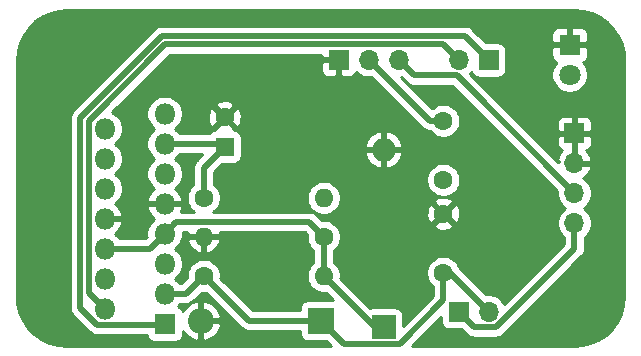
<source format=gbr>
G04 #@! TF.GenerationSoftware,KiCad,Pcbnew,(5.1.7)-1*
G04 #@! TF.CreationDate,2021-05-15T19:47:12-05:00*
G04 #@! TF.ProjectId,PortableAmpTDA,506f7274-6162-46c6-9541-6d705444412e,rev?*
G04 #@! TF.SameCoordinates,Original*
G04 #@! TF.FileFunction,Copper,L1,Top*
G04 #@! TF.FilePolarity,Positive*
%FSLAX46Y46*%
G04 Gerber Fmt 4.6, Leading zero omitted, Abs format (unit mm)*
G04 Created by KiCad (PCBNEW (5.1.7)-1) date 2021-05-15 19:47:12*
%MOMM*%
%LPD*%
G01*
G04 APERTURE LIST*
G04 #@! TA.AperFunction,ComponentPad*
%ADD10R,1.600000X1.600000*%
G04 #@! TD*
G04 #@! TA.AperFunction,ComponentPad*
%ADD11C,1.600000*%
G04 #@! TD*
G04 #@! TA.AperFunction,ComponentPad*
%ADD12R,2.000000X2.000000*%
G04 #@! TD*
G04 #@! TA.AperFunction,ComponentPad*
%ADD13O,2.000000X2.000000*%
G04 #@! TD*
G04 #@! TA.AperFunction,ComponentPad*
%ADD14R,2.200000X2.200000*%
G04 #@! TD*
G04 #@! TA.AperFunction,ComponentPad*
%ADD15O,2.200000X2.200000*%
G04 #@! TD*
G04 #@! TA.AperFunction,ComponentPad*
%ADD16R,1.800000X1.800000*%
G04 #@! TD*
G04 #@! TA.AperFunction,ComponentPad*
%ADD17C,1.800000*%
G04 #@! TD*
G04 #@! TA.AperFunction,ComponentPad*
%ADD18O,1.700000X1.700000*%
G04 #@! TD*
G04 #@! TA.AperFunction,ComponentPad*
%ADD19R,1.700000X1.700000*%
G04 #@! TD*
G04 #@! TA.AperFunction,ComponentPad*
%ADD20O,1.600000X1.600000*%
G04 #@! TD*
G04 #@! TA.AperFunction,ComponentPad*
%ADD21O,1.800000X1.800000*%
G04 #@! TD*
G04 #@! TA.AperFunction,Conductor*
%ADD22C,0.500000*%
G04 #@! TD*
G04 #@! TA.AperFunction,Conductor*
%ADD23C,0.254000*%
G04 #@! TD*
G04 #@! TA.AperFunction,Conductor*
%ADD24C,0.100000*%
G04 #@! TD*
G04 APERTURE END LIST*
D10*
G04 #@! TO.P,C1,1*
G04 #@! TO.N,+9V*
X135382000Y-69342000D03*
D11*
G04 #@! TO.P,C1,2*
G04 #@! TO.N,GND*
X135382000Y-66842000D03*
G04 #@! TD*
G04 #@! TO.P,C2,1*
G04 #@! TO.N,+9V*
X153905000Y-80010000D03*
G04 #@! TO.P,C2,2*
G04 #@! TO.N,GND*
X153905000Y-75010000D03*
G04 #@! TD*
D12*
G04 #@! TO.P,C3,1*
G04 #@! TO.N,/pin6*
X148844000Y-84582000D03*
D13*
G04 #@! TO.P,C3,2*
G04 #@! TO.N,GND*
X148844000Y-69582000D03*
G04 #@! TD*
D11*
G04 #@! TO.P,C4,2*
G04 #@! TO.N,Net-(C4-Pad2)*
X153905000Y-67136000D03*
G04 #@! TO.P,C4,1*
G04 #@! TO.N,/pin4*
X153905000Y-72136000D03*
G04 #@! TD*
D14*
G04 #@! TO.P,D1,1*
G04 #@! TO.N,+9V*
X143510000Y-84074000D03*
D15*
G04 #@! TO.P,D1,2*
G04 #@! TO.N,GND*
X133350000Y-84074000D03*
G04 #@! TD*
D16*
G04 #@! TO.P,D2,1*
G04 #@! TO.N,GND*
X164592000Y-60706000D03*
D17*
G04 #@! TO.P,D2,2*
G04 #@! TO.N,Net-(D2-Pad2)*
X164592000Y-63246000D03*
G04 #@! TD*
D18*
G04 #@! TO.P,J1,2*
G04 #@! TO.N,Net-(J1-Pad2)*
X155194000Y-62000000D03*
D19*
G04 #@! TO.P,J1,1*
G04 #@! TO.N,Net-(J1-Pad1)*
X157734000Y-62000000D03*
G04 #@! TD*
G04 #@! TO.P,J2,1*
G04 #@! TO.N,GND*
X165000000Y-68190000D03*
D18*
G04 #@! TO.P,J2,2*
X165000000Y-70730000D03*
G04 #@! TO.P,J2,3*
G04 #@! TO.N,/Input*
X165000000Y-73270000D03*
G04 #@! TO.P,J2,4*
G04 #@! TO.N,/9V_In*
X165000000Y-75810000D03*
G04 #@! TD*
D11*
G04 #@! TO.P,R1,1*
G04 #@! TO.N,+9V*
X133604000Y-73660000D03*
D20*
G04 #@! TO.P,R1,2*
G04 #@! TO.N,Net-(D2-Pad2)*
X143764000Y-73660000D03*
G04 #@! TD*
G04 #@! TO.P,R2,2*
G04 #@! TO.N,/pin6*
X143764000Y-80264000D03*
D11*
G04 #@! TO.P,R2,1*
G04 #@! TO.N,+9V*
X133604000Y-80264000D03*
G04 #@! TD*
G04 #@! TO.P,R3,1*
G04 #@! TO.N,/pin6*
X143764000Y-76962000D03*
D20*
G04 #@! TO.P,R3,2*
G04 #@! TO.N,GND*
X133604000Y-76962000D03*
G04 #@! TD*
D19*
G04 #@! TO.P,RV1,1*
G04 #@! TO.N,GND*
X145034000Y-61976000D03*
D18*
G04 #@! TO.P,RV1,2*
G04 #@! TO.N,Net-(C4-Pad2)*
X147574000Y-61976000D03*
G04 #@! TO.P,RV1,3*
G04 #@! TO.N,/Input*
X150114000Y-61976000D03*
G04 #@! TD*
D19*
G04 #@! TO.P,SW1,1*
G04 #@! TO.N,/9V_In*
X155194000Y-83312000D03*
D18*
G04 #@! TO.P,SW1,2*
G04 #@! TO.N,+9V*
X157734000Y-83312000D03*
G04 #@! TD*
D16*
G04 #@! TO.P,U1,1*
G04 #@! TO.N,Net-(J1-Pad1)*
X130302000Y-84328000D03*
D21*
G04 #@! TO.P,U1,2*
G04 #@! TO.N,Net-(J1-Pad2)*
X125222000Y-83058000D03*
G04 #@! TO.P,U1,3*
G04 #@! TO.N,+9V*
X130302000Y-81788000D03*
G04 #@! TO.P,U1,4*
G04 #@! TO.N,/pin4*
X125222000Y-80518000D03*
G04 #@! TO.P,U1,5*
G04 #@! TO.N,N/C*
X130302000Y-79248000D03*
G04 #@! TO.P,U1,6*
G04 #@! TO.N,/pin6*
X125222000Y-77978000D03*
G04 #@! TO.P,U1,7*
X130302000Y-76708000D03*
G04 #@! TO.P,U1,8*
G04 #@! TO.N,GND*
X125222000Y-75438000D03*
G04 #@! TO.P,U1,9*
X130302000Y-74168000D03*
G04 #@! TO.P,U1,10*
G04 #@! TO.N,N/C*
X125222000Y-72898000D03*
G04 #@! TO.P,U1,11*
X130302000Y-71628000D03*
G04 #@! TO.P,U1,12*
X125222000Y-70358000D03*
G04 #@! TO.P,U1,13*
G04 #@! TO.N,+9V*
X130302000Y-69088000D03*
G04 #@! TO.P,U1,14*
G04 #@! TO.N,N/C*
X125222000Y-67818000D03*
G04 #@! TO.P,U1,15*
X130302000Y-66548000D03*
G04 #@! TD*
D22*
G04 #@! TO.N,+9V*
X132080000Y-81788000D02*
X133604000Y-80264000D01*
X130302000Y-81788000D02*
X132080000Y-81788000D01*
X137414000Y-84074000D02*
X133604000Y-80264000D01*
X143510000Y-84074000D02*
X137414000Y-84074000D01*
X154432000Y-80010000D02*
X157734000Y-83312000D01*
X153905000Y-80010000D02*
X154432000Y-80010000D01*
X135128000Y-69088000D02*
X135382000Y-69342000D01*
X130302000Y-69088000D02*
X135128000Y-69088000D01*
X133604000Y-71120000D02*
X135382000Y-69342000D01*
X133604000Y-73660000D02*
X133604000Y-71120000D01*
X153905000Y-82331002D02*
X153905000Y-80010000D01*
X150204001Y-86032001D02*
X153905000Y-82331002D01*
X145468001Y-86032001D02*
X150204001Y-86032001D01*
X143510000Y-84074000D02*
X145468001Y-86032001D01*
G04 #@! TO.N,/pin6*
X129032000Y-77978000D02*
X130302000Y-76708000D01*
X125222000Y-77978000D02*
X129032000Y-77978000D01*
X143764000Y-76962000D02*
X143764000Y-80264000D01*
X148082000Y-84582000D02*
X148844000Y-84582000D01*
X143764000Y-80264000D02*
X148082000Y-84582000D01*
X131298001Y-75711999D02*
X130302000Y-76708000D01*
X142513999Y-75711999D02*
X131298001Y-75711999D01*
X143764000Y-76962000D02*
X142513999Y-75711999D01*
G04 #@! TO.N,Net-(C4-Pad2)*
X152734000Y-67136000D02*
X147574000Y-61976000D01*
X153905000Y-67136000D02*
X152734000Y-67136000D01*
G04 #@! TO.N,Net-(J1-Pad2)*
X123871999Y-81707999D02*
X125222000Y-83058000D01*
X130365999Y-60675999D02*
X123871999Y-67169999D01*
X123871999Y-67169999D02*
X123871999Y-81707999D01*
X153869999Y-60675999D02*
X130365999Y-60675999D01*
X155194000Y-62000000D02*
X153869999Y-60675999D01*
G04 #@! TO.N,Net-(J1-Pad1)*
X130076046Y-59975989D02*
X155709989Y-59975989D01*
X123171989Y-83005991D02*
X123171989Y-66880046D01*
X155709989Y-59975989D02*
X157734000Y-62000000D01*
X123171989Y-66880046D02*
X130076046Y-59975989D01*
X124573999Y-84408001D02*
X123171989Y-83005991D01*
X130221999Y-84408001D02*
X124573999Y-84408001D01*
X130302000Y-84328000D02*
X130221999Y-84408001D01*
G04 #@! TO.N,/Input*
X155030001Y-63300001D02*
X165000000Y-73270000D01*
X151438001Y-63300001D02*
X155030001Y-63300001D01*
X150114000Y-61976000D02*
X151438001Y-63300001D01*
G04 #@! TO.N,/9V_In*
X165000000Y-77970002D02*
X165000000Y-75810000D01*
X158358001Y-84612001D02*
X165000000Y-77970002D01*
X156494001Y-84612001D02*
X158358001Y-84612001D01*
X155194000Y-83312000D02*
X156494001Y-84612001D01*
G04 #@! TD*
D23*
G04 #@! TO.N,GND*
X165745857Y-57854686D02*
X166468144Y-58052281D01*
X167144017Y-58374656D01*
X167752127Y-58811626D01*
X168273247Y-59349380D01*
X168690897Y-59970909D01*
X168991887Y-60656583D01*
X169168146Y-61390752D01*
X169215000Y-62028786D01*
X169215001Y-81965031D01*
X169145314Y-82745857D01*
X168947718Y-83468148D01*
X168625345Y-84144017D01*
X168188371Y-84752130D01*
X167650620Y-85273247D01*
X167029091Y-85690897D01*
X166343414Y-85991888D01*
X165609248Y-86168146D01*
X164971214Y-86215000D01*
X151272580Y-86215000D01*
X153705928Y-83781653D01*
X153705928Y-84162000D01*
X153718188Y-84286482D01*
X153754498Y-84406180D01*
X153813463Y-84516494D01*
X153892815Y-84613185D01*
X153989506Y-84692537D01*
X154099820Y-84751502D01*
X154219518Y-84787812D01*
X154344000Y-84800072D01*
X155430493Y-84800072D01*
X155837471Y-85207050D01*
X155865184Y-85240818D01*
X155898952Y-85268531D01*
X155898954Y-85268533D01*
X155970453Y-85327211D01*
X155999942Y-85351412D01*
X156153688Y-85433590D01*
X156320511Y-85484196D01*
X156450524Y-85497001D01*
X156450534Y-85497001D01*
X156494000Y-85501282D01*
X156537467Y-85497001D01*
X158314532Y-85497001D01*
X158358001Y-85501282D01*
X158401470Y-85497001D01*
X158401478Y-85497001D01*
X158531491Y-85484196D01*
X158698314Y-85433590D01*
X158852060Y-85351412D01*
X158986818Y-85240818D01*
X159014535Y-85207045D01*
X165595051Y-78626530D01*
X165628817Y-78598819D01*
X165739411Y-78464061D01*
X165821589Y-78310315D01*
X165872195Y-78143492D01*
X165885000Y-78013479D01*
X165885000Y-78013469D01*
X165889281Y-77970003D01*
X165885000Y-77926536D01*
X165885000Y-77004656D01*
X165946632Y-76963475D01*
X166153475Y-76756632D01*
X166315990Y-76513411D01*
X166427932Y-76243158D01*
X166485000Y-75956260D01*
X166485000Y-75663740D01*
X166427932Y-75376842D01*
X166315990Y-75106589D01*
X166153475Y-74863368D01*
X165946632Y-74656525D01*
X165772240Y-74540000D01*
X165946632Y-74423475D01*
X166153475Y-74216632D01*
X166315990Y-73973411D01*
X166427932Y-73703158D01*
X166485000Y-73416260D01*
X166485000Y-73123740D01*
X166427932Y-72836842D01*
X166315990Y-72566589D01*
X166153475Y-72323368D01*
X165946632Y-72116525D01*
X165764466Y-71994805D01*
X165881355Y-71925178D01*
X166097588Y-71730269D01*
X166271641Y-71496920D01*
X166396825Y-71234099D01*
X166441476Y-71086890D01*
X166320155Y-70857000D01*
X165127000Y-70857000D01*
X165127000Y-70877000D01*
X164873000Y-70877000D01*
X164873000Y-70857000D01*
X164853000Y-70857000D01*
X164853000Y-70603000D01*
X164873000Y-70603000D01*
X164873000Y-68317000D01*
X165127000Y-68317000D01*
X165127000Y-70603000D01*
X166320155Y-70603000D01*
X166441476Y-70373110D01*
X166396825Y-70225901D01*
X166271641Y-69963080D01*
X166097588Y-69729731D01*
X166013534Y-69653966D01*
X166094180Y-69629502D01*
X166204494Y-69570537D01*
X166301185Y-69491185D01*
X166380537Y-69394494D01*
X166439502Y-69284180D01*
X166475812Y-69164482D01*
X166488072Y-69040000D01*
X166485000Y-68475750D01*
X166326250Y-68317000D01*
X165127000Y-68317000D01*
X164873000Y-68317000D01*
X163673750Y-68317000D01*
X163515000Y-68475750D01*
X163511928Y-69040000D01*
X163524188Y-69164482D01*
X163560498Y-69284180D01*
X163619463Y-69394494D01*
X163698815Y-69491185D01*
X163795506Y-69570537D01*
X163905820Y-69629502D01*
X163986466Y-69653966D01*
X163902412Y-69729731D01*
X163728359Y-69963080D01*
X163603175Y-70225901D01*
X163558524Y-70373110D01*
X163679844Y-70602998D01*
X163584577Y-70602998D01*
X160321579Y-67340000D01*
X163511928Y-67340000D01*
X163515000Y-67904250D01*
X163673750Y-68063000D01*
X164873000Y-68063000D01*
X164873000Y-66863750D01*
X165127000Y-66863750D01*
X165127000Y-68063000D01*
X166326250Y-68063000D01*
X166485000Y-67904250D01*
X166488072Y-67340000D01*
X166475812Y-67215518D01*
X166439502Y-67095820D01*
X166380537Y-66985506D01*
X166301185Y-66888815D01*
X166204494Y-66809463D01*
X166094180Y-66750498D01*
X165974482Y-66714188D01*
X165850000Y-66701928D01*
X165285750Y-66705000D01*
X165127000Y-66863750D01*
X164873000Y-66863750D01*
X164714250Y-66705000D01*
X164150000Y-66701928D01*
X164025518Y-66714188D01*
X163905820Y-66750498D01*
X163795506Y-66809463D01*
X163698815Y-66888815D01*
X163619463Y-66985506D01*
X163560498Y-67095820D01*
X163524188Y-67215518D01*
X163511928Y-67340000D01*
X160321579Y-67340000D01*
X156137288Y-63155710D01*
X156140632Y-63153475D01*
X156272487Y-63021620D01*
X156294498Y-63094180D01*
X156353463Y-63204494D01*
X156432815Y-63301185D01*
X156529506Y-63380537D01*
X156639820Y-63439502D01*
X156759518Y-63475812D01*
X156884000Y-63488072D01*
X158584000Y-63488072D01*
X158708482Y-63475812D01*
X158828180Y-63439502D01*
X158938494Y-63380537D01*
X159035185Y-63301185D01*
X159114537Y-63204494D01*
X159173502Y-63094180D01*
X159209812Y-62974482D01*
X159222072Y-62850000D01*
X159222072Y-61606000D01*
X163053928Y-61606000D01*
X163066188Y-61730482D01*
X163102498Y-61850180D01*
X163161463Y-61960494D01*
X163240815Y-62057185D01*
X163337506Y-62136537D01*
X163447820Y-62195502D01*
X163466127Y-62201056D01*
X163399688Y-62267495D01*
X163231701Y-62518905D01*
X163115989Y-62798257D01*
X163057000Y-63094816D01*
X163057000Y-63397184D01*
X163115989Y-63693743D01*
X163231701Y-63973095D01*
X163399688Y-64224505D01*
X163613495Y-64438312D01*
X163864905Y-64606299D01*
X164144257Y-64722011D01*
X164440816Y-64781000D01*
X164743184Y-64781000D01*
X165039743Y-64722011D01*
X165319095Y-64606299D01*
X165570505Y-64438312D01*
X165784312Y-64224505D01*
X165952299Y-63973095D01*
X166068011Y-63693743D01*
X166127000Y-63397184D01*
X166127000Y-63094816D01*
X166068011Y-62798257D01*
X165952299Y-62518905D01*
X165784312Y-62267495D01*
X165717873Y-62201056D01*
X165736180Y-62195502D01*
X165846494Y-62136537D01*
X165943185Y-62057185D01*
X166022537Y-61960494D01*
X166081502Y-61850180D01*
X166117812Y-61730482D01*
X166130072Y-61606000D01*
X166127000Y-60991750D01*
X165968250Y-60833000D01*
X164719000Y-60833000D01*
X164719000Y-60853000D01*
X164465000Y-60853000D01*
X164465000Y-60833000D01*
X163215750Y-60833000D01*
X163057000Y-60991750D01*
X163053928Y-61606000D01*
X159222072Y-61606000D01*
X159222072Y-61150000D01*
X159209812Y-61025518D01*
X159173502Y-60905820D01*
X159114537Y-60795506D01*
X159035185Y-60698815D01*
X158938494Y-60619463D01*
X158828180Y-60560498D01*
X158708482Y-60524188D01*
X158584000Y-60511928D01*
X157497507Y-60511928D01*
X156791579Y-59806000D01*
X163053928Y-59806000D01*
X163057000Y-60420250D01*
X163215750Y-60579000D01*
X164465000Y-60579000D01*
X164465000Y-59329750D01*
X164719000Y-59329750D01*
X164719000Y-60579000D01*
X165968250Y-60579000D01*
X166127000Y-60420250D01*
X166130072Y-59806000D01*
X166117812Y-59681518D01*
X166081502Y-59561820D01*
X166022537Y-59451506D01*
X165943185Y-59354815D01*
X165846494Y-59275463D01*
X165736180Y-59216498D01*
X165616482Y-59180188D01*
X165492000Y-59167928D01*
X164877750Y-59171000D01*
X164719000Y-59329750D01*
X164465000Y-59329750D01*
X164306250Y-59171000D01*
X163692000Y-59167928D01*
X163567518Y-59180188D01*
X163447820Y-59216498D01*
X163337506Y-59275463D01*
X163240815Y-59354815D01*
X163161463Y-59451506D01*
X163102498Y-59561820D01*
X163066188Y-59681518D01*
X163053928Y-59806000D01*
X156791579Y-59806000D01*
X156366523Y-59380945D01*
X156338806Y-59347172D01*
X156204048Y-59236578D01*
X156050302Y-59154400D01*
X155883479Y-59103794D01*
X155753466Y-59090989D01*
X155753458Y-59090989D01*
X155709989Y-59086708D01*
X155666520Y-59090989D01*
X130119512Y-59090989D01*
X130076045Y-59086708D01*
X130032579Y-59090989D01*
X130032569Y-59090989D01*
X129902556Y-59103794D01*
X129735733Y-59154400D01*
X129581987Y-59236578D01*
X129581985Y-59236579D01*
X129581986Y-59236579D01*
X129480999Y-59319457D01*
X129480997Y-59319459D01*
X129447229Y-59347172D01*
X129419516Y-59380940D01*
X122576941Y-66223516D01*
X122543173Y-66251229D01*
X122515460Y-66284997D01*
X122515457Y-66285000D01*
X122432579Y-66385987D01*
X122350401Y-66539733D01*
X122299794Y-66706556D01*
X122282708Y-66880046D01*
X122286990Y-66923525D01*
X122286989Y-82962522D01*
X122282708Y-83005991D01*
X122286989Y-83049460D01*
X122286989Y-83049467D01*
X122295001Y-83130815D01*
X122299794Y-83179481D01*
X122308805Y-83209184D01*
X122350400Y-83346303D01*
X122432578Y-83500049D01*
X122543172Y-83634808D01*
X122576945Y-83662525D01*
X123917469Y-85003050D01*
X123945182Y-85036818D01*
X123978950Y-85064531D01*
X123978952Y-85064533D01*
X124079940Y-85147412D01*
X124233685Y-85229590D01*
X124271002Y-85240910D01*
X124400509Y-85280196D01*
X124530522Y-85293001D01*
X124530530Y-85293001D01*
X124573999Y-85297282D01*
X124617468Y-85293001D01*
X128770330Y-85293001D01*
X128776188Y-85352482D01*
X128812498Y-85472180D01*
X128871463Y-85582494D01*
X128950815Y-85679185D01*
X129047506Y-85758537D01*
X129157820Y-85817502D01*
X129277518Y-85853812D01*
X129402000Y-85866072D01*
X131202000Y-85866072D01*
X131326482Y-85853812D01*
X131446180Y-85817502D01*
X131556494Y-85758537D01*
X131653185Y-85679185D01*
X131732537Y-85582494D01*
X131791502Y-85472180D01*
X131827812Y-85352482D01*
X131840072Y-85228000D01*
X131840072Y-84916321D01*
X131875469Y-84988329D01*
X132082178Y-85258427D01*
X132337609Y-85483008D01*
X132631946Y-85653442D01*
X132953877Y-85763179D01*
X133223000Y-85645600D01*
X133223000Y-84201000D01*
X133477000Y-84201000D01*
X133477000Y-85645600D01*
X133746123Y-85763179D01*
X134068054Y-85653442D01*
X134362391Y-85483008D01*
X134617822Y-85258427D01*
X134824531Y-84988329D01*
X134974575Y-84683094D01*
X135039175Y-84470122D01*
X134921125Y-84201000D01*
X133477000Y-84201000D01*
X133223000Y-84201000D01*
X133203000Y-84201000D01*
X133203000Y-83947000D01*
X133223000Y-83947000D01*
X133223000Y-82502400D01*
X133477000Y-82502400D01*
X133477000Y-83947000D01*
X134921125Y-83947000D01*
X135039175Y-83677878D01*
X134974575Y-83464906D01*
X134824531Y-83159671D01*
X134617822Y-82889573D01*
X134362391Y-82664992D01*
X134068054Y-82494558D01*
X133746123Y-82384821D01*
X133477000Y-82502400D01*
X133223000Y-82502400D01*
X132953877Y-82384821D01*
X132631946Y-82494558D01*
X132337609Y-82664992D01*
X132082178Y-82889573D01*
X131875469Y-83159671D01*
X131819015Y-83274517D01*
X131791502Y-83183820D01*
X131732537Y-83073506D01*
X131653185Y-82976815D01*
X131556494Y-82897463D01*
X131446180Y-82838498D01*
X131427873Y-82832944D01*
X131494312Y-82766505D01*
X131556790Y-82673000D01*
X132036531Y-82673000D01*
X132080000Y-82677281D01*
X132123469Y-82673000D01*
X132123477Y-82673000D01*
X132253490Y-82660195D01*
X132420313Y-82609589D01*
X132574059Y-82527411D01*
X132708817Y-82416817D01*
X132736534Y-82383044D01*
X133427561Y-81692017D01*
X133462665Y-81699000D01*
X133745335Y-81699000D01*
X133780439Y-81692017D01*
X136757470Y-84669049D01*
X136785183Y-84702817D01*
X136818951Y-84730530D01*
X136818953Y-84730532D01*
X136919941Y-84813411D01*
X137073686Y-84895589D01*
X137240510Y-84946195D01*
X137370523Y-84959000D01*
X137370531Y-84959000D01*
X137414000Y-84963281D01*
X137457469Y-84959000D01*
X141771928Y-84959000D01*
X141771928Y-85174000D01*
X141784188Y-85298482D01*
X141820498Y-85418180D01*
X141879463Y-85528494D01*
X141958815Y-85625185D01*
X142055506Y-85704537D01*
X142165820Y-85763502D01*
X142285518Y-85799812D01*
X142410000Y-85812072D01*
X143996493Y-85812072D01*
X144399421Y-86215000D01*
X122034958Y-86215000D01*
X121254143Y-86145314D01*
X120531852Y-85947718D01*
X119855983Y-85625345D01*
X119247870Y-85188371D01*
X118726753Y-84650620D01*
X118309103Y-84029091D01*
X118008112Y-83343414D01*
X117831854Y-82609248D01*
X117785000Y-81971214D01*
X117785000Y-62034958D01*
X117854686Y-61254143D01*
X118052281Y-60531856D01*
X118374656Y-59855983D01*
X118811626Y-59247873D01*
X119349380Y-58726753D01*
X119970909Y-58309103D01*
X120656583Y-58008113D01*
X121390752Y-57831854D01*
X122028786Y-57785000D01*
X164965042Y-57785000D01*
X165745857Y-57854686D01*
G04 #@! TA.AperFunction,Conductor*
D24*
G36*
X165745857Y-57854686D02*
G01*
X166468144Y-58052281D01*
X167144017Y-58374656D01*
X167752127Y-58811626D01*
X168273247Y-59349380D01*
X168690897Y-59970909D01*
X168991887Y-60656583D01*
X169168146Y-61390752D01*
X169215000Y-62028786D01*
X169215001Y-81965031D01*
X169145314Y-82745857D01*
X168947718Y-83468148D01*
X168625345Y-84144017D01*
X168188371Y-84752130D01*
X167650620Y-85273247D01*
X167029091Y-85690897D01*
X166343414Y-85991888D01*
X165609248Y-86168146D01*
X164971214Y-86215000D01*
X151272580Y-86215000D01*
X153705928Y-83781653D01*
X153705928Y-84162000D01*
X153718188Y-84286482D01*
X153754498Y-84406180D01*
X153813463Y-84516494D01*
X153892815Y-84613185D01*
X153989506Y-84692537D01*
X154099820Y-84751502D01*
X154219518Y-84787812D01*
X154344000Y-84800072D01*
X155430493Y-84800072D01*
X155837471Y-85207050D01*
X155865184Y-85240818D01*
X155898952Y-85268531D01*
X155898954Y-85268533D01*
X155970453Y-85327211D01*
X155999942Y-85351412D01*
X156153688Y-85433590D01*
X156320511Y-85484196D01*
X156450524Y-85497001D01*
X156450534Y-85497001D01*
X156494000Y-85501282D01*
X156537467Y-85497001D01*
X158314532Y-85497001D01*
X158358001Y-85501282D01*
X158401470Y-85497001D01*
X158401478Y-85497001D01*
X158531491Y-85484196D01*
X158698314Y-85433590D01*
X158852060Y-85351412D01*
X158986818Y-85240818D01*
X159014535Y-85207045D01*
X165595051Y-78626530D01*
X165628817Y-78598819D01*
X165739411Y-78464061D01*
X165821589Y-78310315D01*
X165872195Y-78143492D01*
X165885000Y-78013479D01*
X165885000Y-78013469D01*
X165889281Y-77970003D01*
X165885000Y-77926536D01*
X165885000Y-77004656D01*
X165946632Y-76963475D01*
X166153475Y-76756632D01*
X166315990Y-76513411D01*
X166427932Y-76243158D01*
X166485000Y-75956260D01*
X166485000Y-75663740D01*
X166427932Y-75376842D01*
X166315990Y-75106589D01*
X166153475Y-74863368D01*
X165946632Y-74656525D01*
X165772240Y-74540000D01*
X165946632Y-74423475D01*
X166153475Y-74216632D01*
X166315990Y-73973411D01*
X166427932Y-73703158D01*
X166485000Y-73416260D01*
X166485000Y-73123740D01*
X166427932Y-72836842D01*
X166315990Y-72566589D01*
X166153475Y-72323368D01*
X165946632Y-72116525D01*
X165764466Y-71994805D01*
X165881355Y-71925178D01*
X166097588Y-71730269D01*
X166271641Y-71496920D01*
X166396825Y-71234099D01*
X166441476Y-71086890D01*
X166320155Y-70857000D01*
X165127000Y-70857000D01*
X165127000Y-70877000D01*
X164873000Y-70877000D01*
X164873000Y-70857000D01*
X164853000Y-70857000D01*
X164853000Y-70603000D01*
X164873000Y-70603000D01*
X164873000Y-68317000D01*
X165127000Y-68317000D01*
X165127000Y-70603000D01*
X166320155Y-70603000D01*
X166441476Y-70373110D01*
X166396825Y-70225901D01*
X166271641Y-69963080D01*
X166097588Y-69729731D01*
X166013534Y-69653966D01*
X166094180Y-69629502D01*
X166204494Y-69570537D01*
X166301185Y-69491185D01*
X166380537Y-69394494D01*
X166439502Y-69284180D01*
X166475812Y-69164482D01*
X166488072Y-69040000D01*
X166485000Y-68475750D01*
X166326250Y-68317000D01*
X165127000Y-68317000D01*
X164873000Y-68317000D01*
X163673750Y-68317000D01*
X163515000Y-68475750D01*
X163511928Y-69040000D01*
X163524188Y-69164482D01*
X163560498Y-69284180D01*
X163619463Y-69394494D01*
X163698815Y-69491185D01*
X163795506Y-69570537D01*
X163905820Y-69629502D01*
X163986466Y-69653966D01*
X163902412Y-69729731D01*
X163728359Y-69963080D01*
X163603175Y-70225901D01*
X163558524Y-70373110D01*
X163679844Y-70602998D01*
X163584577Y-70602998D01*
X160321579Y-67340000D01*
X163511928Y-67340000D01*
X163515000Y-67904250D01*
X163673750Y-68063000D01*
X164873000Y-68063000D01*
X164873000Y-66863750D01*
X165127000Y-66863750D01*
X165127000Y-68063000D01*
X166326250Y-68063000D01*
X166485000Y-67904250D01*
X166488072Y-67340000D01*
X166475812Y-67215518D01*
X166439502Y-67095820D01*
X166380537Y-66985506D01*
X166301185Y-66888815D01*
X166204494Y-66809463D01*
X166094180Y-66750498D01*
X165974482Y-66714188D01*
X165850000Y-66701928D01*
X165285750Y-66705000D01*
X165127000Y-66863750D01*
X164873000Y-66863750D01*
X164714250Y-66705000D01*
X164150000Y-66701928D01*
X164025518Y-66714188D01*
X163905820Y-66750498D01*
X163795506Y-66809463D01*
X163698815Y-66888815D01*
X163619463Y-66985506D01*
X163560498Y-67095820D01*
X163524188Y-67215518D01*
X163511928Y-67340000D01*
X160321579Y-67340000D01*
X156137288Y-63155710D01*
X156140632Y-63153475D01*
X156272487Y-63021620D01*
X156294498Y-63094180D01*
X156353463Y-63204494D01*
X156432815Y-63301185D01*
X156529506Y-63380537D01*
X156639820Y-63439502D01*
X156759518Y-63475812D01*
X156884000Y-63488072D01*
X158584000Y-63488072D01*
X158708482Y-63475812D01*
X158828180Y-63439502D01*
X158938494Y-63380537D01*
X159035185Y-63301185D01*
X159114537Y-63204494D01*
X159173502Y-63094180D01*
X159209812Y-62974482D01*
X159222072Y-62850000D01*
X159222072Y-61606000D01*
X163053928Y-61606000D01*
X163066188Y-61730482D01*
X163102498Y-61850180D01*
X163161463Y-61960494D01*
X163240815Y-62057185D01*
X163337506Y-62136537D01*
X163447820Y-62195502D01*
X163466127Y-62201056D01*
X163399688Y-62267495D01*
X163231701Y-62518905D01*
X163115989Y-62798257D01*
X163057000Y-63094816D01*
X163057000Y-63397184D01*
X163115989Y-63693743D01*
X163231701Y-63973095D01*
X163399688Y-64224505D01*
X163613495Y-64438312D01*
X163864905Y-64606299D01*
X164144257Y-64722011D01*
X164440816Y-64781000D01*
X164743184Y-64781000D01*
X165039743Y-64722011D01*
X165319095Y-64606299D01*
X165570505Y-64438312D01*
X165784312Y-64224505D01*
X165952299Y-63973095D01*
X166068011Y-63693743D01*
X166127000Y-63397184D01*
X166127000Y-63094816D01*
X166068011Y-62798257D01*
X165952299Y-62518905D01*
X165784312Y-62267495D01*
X165717873Y-62201056D01*
X165736180Y-62195502D01*
X165846494Y-62136537D01*
X165943185Y-62057185D01*
X166022537Y-61960494D01*
X166081502Y-61850180D01*
X166117812Y-61730482D01*
X166130072Y-61606000D01*
X166127000Y-60991750D01*
X165968250Y-60833000D01*
X164719000Y-60833000D01*
X164719000Y-60853000D01*
X164465000Y-60853000D01*
X164465000Y-60833000D01*
X163215750Y-60833000D01*
X163057000Y-60991750D01*
X163053928Y-61606000D01*
X159222072Y-61606000D01*
X159222072Y-61150000D01*
X159209812Y-61025518D01*
X159173502Y-60905820D01*
X159114537Y-60795506D01*
X159035185Y-60698815D01*
X158938494Y-60619463D01*
X158828180Y-60560498D01*
X158708482Y-60524188D01*
X158584000Y-60511928D01*
X157497507Y-60511928D01*
X156791579Y-59806000D01*
X163053928Y-59806000D01*
X163057000Y-60420250D01*
X163215750Y-60579000D01*
X164465000Y-60579000D01*
X164465000Y-59329750D01*
X164719000Y-59329750D01*
X164719000Y-60579000D01*
X165968250Y-60579000D01*
X166127000Y-60420250D01*
X166130072Y-59806000D01*
X166117812Y-59681518D01*
X166081502Y-59561820D01*
X166022537Y-59451506D01*
X165943185Y-59354815D01*
X165846494Y-59275463D01*
X165736180Y-59216498D01*
X165616482Y-59180188D01*
X165492000Y-59167928D01*
X164877750Y-59171000D01*
X164719000Y-59329750D01*
X164465000Y-59329750D01*
X164306250Y-59171000D01*
X163692000Y-59167928D01*
X163567518Y-59180188D01*
X163447820Y-59216498D01*
X163337506Y-59275463D01*
X163240815Y-59354815D01*
X163161463Y-59451506D01*
X163102498Y-59561820D01*
X163066188Y-59681518D01*
X163053928Y-59806000D01*
X156791579Y-59806000D01*
X156366523Y-59380945D01*
X156338806Y-59347172D01*
X156204048Y-59236578D01*
X156050302Y-59154400D01*
X155883479Y-59103794D01*
X155753466Y-59090989D01*
X155753458Y-59090989D01*
X155709989Y-59086708D01*
X155666520Y-59090989D01*
X130119512Y-59090989D01*
X130076045Y-59086708D01*
X130032579Y-59090989D01*
X130032569Y-59090989D01*
X129902556Y-59103794D01*
X129735733Y-59154400D01*
X129581987Y-59236578D01*
X129581985Y-59236579D01*
X129581986Y-59236579D01*
X129480999Y-59319457D01*
X129480997Y-59319459D01*
X129447229Y-59347172D01*
X129419516Y-59380940D01*
X122576941Y-66223516D01*
X122543173Y-66251229D01*
X122515460Y-66284997D01*
X122515457Y-66285000D01*
X122432579Y-66385987D01*
X122350401Y-66539733D01*
X122299794Y-66706556D01*
X122282708Y-66880046D01*
X122286990Y-66923525D01*
X122286989Y-82962522D01*
X122282708Y-83005991D01*
X122286989Y-83049460D01*
X122286989Y-83049467D01*
X122295001Y-83130815D01*
X122299794Y-83179481D01*
X122308805Y-83209184D01*
X122350400Y-83346303D01*
X122432578Y-83500049D01*
X122543172Y-83634808D01*
X122576945Y-83662525D01*
X123917469Y-85003050D01*
X123945182Y-85036818D01*
X123978950Y-85064531D01*
X123978952Y-85064533D01*
X124079940Y-85147412D01*
X124233685Y-85229590D01*
X124271002Y-85240910D01*
X124400509Y-85280196D01*
X124530522Y-85293001D01*
X124530530Y-85293001D01*
X124573999Y-85297282D01*
X124617468Y-85293001D01*
X128770330Y-85293001D01*
X128776188Y-85352482D01*
X128812498Y-85472180D01*
X128871463Y-85582494D01*
X128950815Y-85679185D01*
X129047506Y-85758537D01*
X129157820Y-85817502D01*
X129277518Y-85853812D01*
X129402000Y-85866072D01*
X131202000Y-85866072D01*
X131326482Y-85853812D01*
X131446180Y-85817502D01*
X131556494Y-85758537D01*
X131653185Y-85679185D01*
X131732537Y-85582494D01*
X131791502Y-85472180D01*
X131827812Y-85352482D01*
X131840072Y-85228000D01*
X131840072Y-84916321D01*
X131875469Y-84988329D01*
X132082178Y-85258427D01*
X132337609Y-85483008D01*
X132631946Y-85653442D01*
X132953877Y-85763179D01*
X133223000Y-85645600D01*
X133223000Y-84201000D01*
X133477000Y-84201000D01*
X133477000Y-85645600D01*
X133746123Y-85763179D01*
X134068054Y-85653442D01*
X134362391Y-85483008D01*
X134617822Y-85258427D01*
X134824531Y-84988329D01*
X134974575Y-84683094D01*
X135039175Y-84470122D01*
X134921125Y-84201000D01*
X133477000Y-84201000D01*
X133223000Y-84201000D01*
X133203000Y-84201000D01*
X133203000Y-83947000D01*
X133223000Y-83947000D01*
X133223000Y-82502400D01*
X133477000Y-82502400D01*
X133477000Y-83947000D01*
X134921125Y-83947000D01*
X135039175Y-83677878D01*
X134974575Y-83464906D01*
X134824531Y-83159671D01*
X134617822Y-82889573D01*
X134362391Y-82664992D01*
X134068054Y-82494558D01*
X133746123Y-82384821D01*
X133477000Y-82502400D01*
X133223000Y-82502400D01*
X132953877Y-82384821D01*
X132631946Y-82494558D01*
X132337609Y-82664992D01*
X132082178Y-82889573D01*
X131875469Y-83159671D01*
X131819015Y-83274517D01*
X131791502Y-83183820D01*
X131732537Y-83073506D01*
X131653185Y-82976815D01*
X131556494Y-82897463D01*
X131446180Y-82838498D01*
X131427873Y-82832944D01*
X131494312Y-82766505D01*
X131556790Y-82673000D01*
X132036531Y-82673000D01*
X132080000Y-82677281D01*
X132123469Y-82673000D01*
X132123477Y-82673000D01*
X132253490Y-82660195D01*
X132420313Y-82609589D01*
X132574059Y-82527411D01*
X132708817Y-82416817D01*
X132736534Y-82383044D01*
X133427561Y-81692017D01*
X133462665Y-81699000D01*
X133745335Y-81699000D01*
X133780439Y-81692017D01*
X136757470Y-84669049D01*
X136785183Y-84702817D01*
X136818951Y-84730530D01*
X136818953Y-84730532D01*
X136919941Y-84813411D01*
X137073686Y-84895589D01*
X137240510Y-84946195D01*
X137370523Y-84959000D01*
X137370531Y-84959000D01*
X137414000Y-84963281D01*
X137457469Y-84959000D01*
X141771928Y-84959000D01*
X141771928Y-85174000D01*
X141784188Y-85298482D01*
X141820498Y-85418180D01*
X141879463Y-85528494D01*
X141958815Y-85625185D01*
X142055506Y-85704537D01*
X142165820Y-85763502D01*
X142285518Y-85799812D01*
X142410000Y-85812072D01*
X143996493Y-85812072D01*
X144399421Y-86215000D01*
X122034958Y-86215000D01*
X121254143Y-86145314D01*
X120531852Y-85947718D01*
X119855983Y-85625345D01*
X119247870Y-85188371D01*
X118726753Y-84650620D01*
X118309103Y-84029091D01*
X118008112Y-83343414D01*
X117831854Y-82609248D01*
X117785000Y-81971214D01*
X117785000Y-62034958D01*
X117854686Y-61254143D01*
X118052281Y-60531856D01*
X118374656Y-59855983D01*
X118811626Y-59247873D01*
X119349380Y-58726753D01*
X119970909Y-58309103D01*
X120656583Y-58008113D01*
X121390752Y-57831854D01*
X122028786Y-57785000D01*
X164965042Y-57785000D01*
X165745857Y-57854686D01*
G37*
G04 #@! TD.AperFunction*
D23*
X143549000Y-61690250D02*
X143707750Y-61849000D01*
X144907000Y-61849000D01*
X144907000Y-61829000D01*
X145161000Y-61829000D01*
X145161000Y-61849000D01*
X145181000Y-61849000D01*
X145181000Y-62103000D01*
X145161000Y-62103000D01*
X145161000Y-63302250D01*
X145319750Y-63461000D01*
X145884000Y-63464072D01*
X146008482Y-63451812D01*
X146128180Y-63415502D01*
X146238494Y-63356537D01*
X146335185Y-63277185D01*
X146414537Y-63180494D01*
X146473502Y-63070180D01*
X146495513Y-62997620D01*
X146627368Y-63129475D01*
X146870589Y-63291990D01*
X147140842Y-63403932D01*
X147427740Y-63461000D01*
X147720260Y-63461000D01*
X147792961Y-63446539D01*
X152077470Y-67731049D01*
X152105183Y-67764817D01*
X152138951Y-67792530D01*
X152138953Y-67792532D01*
X152167216Y-67815727D01*
X152239941Y-67875411D01*
X152393687Y-67957589D01*
X152505762Y-67991587D01*
X152560509Y-68008195D01*
X152575306Y-68009652D01*
X152690523Y-68021000D01*
X152690531Y-68021000D01*
X152734000Y-68025281D01*
X152770910Y-68021646D01*
X152790363Y-68050759D01*
X152990241Y-68250637D01*
X153225273Y-68407680D01*
X153486426Y-68515853D01*
X153763665Y-68571000D01*
X154046335Y-68571000D01*
X154323574Y-68515853D01*
X154584727Y-68407680D01*
X154819759Y-68250637D01*
X155019637Y-68050759D01*
X155176680Y-67815727D01*
X155284853Y-67554574D01*
X155340000Y-67277335D01*
X155340000Y-66994665D01*
X155284853Y-66717426D01*
X155176680Y-66456273D01*
X155019637Y-66221241D01*
X154819759Y-66021363D01*
X154584727Y-65864320D01*
X154323574Y-65756147D01*
X154046335Y-65701000D01*
X153763665Y-65701000D01*
X153486426Y-65756147D01*
X153225273Y-65864320D01*
X152990241Y-66021363D01*
X152930591Y-66081013D01*
X150302230Y-63452652D01*
X150332960Y-63446539D01*
X150781471Y-63895050D01*
X150809184Y-63928818D01*
X150842952Y-63956531D01*
X150842954Y-63956533D01*
X150863135Y-63973095D01*
X150943942Y-64039412D01*
X151097688Y-64121590D01*
X151264511Y-64172196D01*
X151394524Y-64185001D01*
X151394534Y-64185001D01*
X151438000Y-64189282D01*
X151481466Y-64185001D01*
X154663423Y-64185001D01*
X163529461Y-73051040D01*
X163515000Y-73123740D01*
X163515000Y-73416260D01*
X163572068Y-73703158D01*
X163684010Y-73973411D01*
X163846525Y-74216632D01*
X164053368Y-74423475D01*
X164227760Y-74540000D01*
X164053368Y-74656525D01*
X163846525Y-74863368D01*
X163684010Y-75106589D01*
X163572068Y-75376842D01*
X163515000Y-75663740D01*
X163515000Y-75956260D01*
X163572068Y-76243158D01*
X163684010Y-76513411D01*
X163846525Y-76756632D01*
X164053368Y-76963475D01*
X164115000Y-77004656D01*
X164115000Y-77603423D01*
X159067518Y-82650906D01*
X159049990Y-82608589D01*
X158887475Y-82365368D01*
X158680632Y-82158525D01*
X158437411Y-81996010D01*
X158167158Y-81884068D01*
X157880260Y-81827000D01*
X157587740Y-81827000D01*
X157515040Y-81841461D01*
X155289782Y-79616204D01*
X155284853Y-79591426D01*
X155176680Y-79330273D01*
X155019637Y-79095241D01*
X154819759Y-78895363D01*
X154584727Y-78738320D01*
X154323574Y-78630147D01*
X154046335Y-78575000D01*
X153763665Y-78575000D01*
X153486426Y-78630147D01*
X153225273Y-78738320D01*
X152990241Y-78895363D01*
X152790363Y-79095241D01*
X152633320Y-79330273D01*
X152525147Y-79591426D01*
X152470000Y-79868665D01*
X152470000Y-80151335D01*
X152525147Y-80428574D01*
X152633320Y-80689727D01*
X152790363Y-80924759D01*
X152990241Y-81124637D01*
X153020001Y-81144522D01*
X153020000Y-81964423D01*
X150482072Y-84502352D01*
X150482072Y-83582000D01*
X150469812Y-83457518D01*
X150433502Y-83337820D01*
X150374537Y-83227506D01*
X150295185Y-83130815D01*
X150198494Y-83051463D01*
X150088180Y-82992498D01*
X149968482Y-82956188D01*
X149844000Y-82943928D01*
X147844000Y-82943928D01*
X147719518Y-82956188D01*
X147710502Y-82958923D01*
X145192017Y-80440439D01*
X145199000Y-80405335D01*
X145199000Y-80122665D01*
X145143853Y-79845426D01*
X145035680Y-79584273D01*
X144878637Y-79349241D01*
X144678759Y-79149363D01*
X144649000Y-79129479D01*
X144649000Y-78096521D01*
X144678759Y-78076637D01*
X144878637Y-77876759D01*
X145035680Y-77641727D01*
X145143853Y-77380574D01*
X145199000Y-77103335D01*
X145199000Y-76820665D01*
X145143853Y-76543426D01*
X145035680Y-76282273D01*
X144878637Y-76047241D01*
X144834098Y-76002702D01*
X153091903Y-76002702D01*
X153163486Y-76246671D01*
X153418996Y-76367571D01*
X153693184Y-76436300D01*
X153975512Y-76450217D01*
X154255130Y-76408787D01*
X154521292Y-76313603D01*
X154646514Y-76246671D01*
X154718097Y-76002702D01*
X153905000Y-75189605D01*
X153091903Y-76002702D01*
X144834098Y-76002702D01*
X144678759Y-75847363D01*
X144443727Y-75690320D01*
X144182574Y-75582147D01*
X143905335Y-75527000D01*
X143622665Y-75527000D01*
X143587561Y-75533983D01*
X143170533Y-75116955D01*
X143142816Y-75083182D01*
X143008058Y-74972588D01*
X142854312Y-74890410D01*
X142687489Y-74839804D01*
X142557476Y-74826999D01*
X142557468Y-74826999D01*
X142513999Y-74822718D01*
X142470530Y-74826999D01*
X134440394Y-74826999D01*
X134518759Y-74774637D01*
X134718637Y-74574759D01*
X134875680Y-74339727D01*
X134983853Y-74078574D01*
X135039000Y-73801335D01*
X135039000Y-73518665D01*
X142329000Y-73518665D01*
X142329000Y-73801335D01*
X142384147Y-74078574D01*
X142492320Y-74339727D01*
X142649363Y-74574759D01*
X142849241Y-74774637D01*
X143084273Y-74931680D01*
X143345426Y-75039853D01*
X143622665Y-75095000D01*
X143905335Y-75095000D01*
X143978170Y-75080512D01*
X152464783Y-75080512D01*
X152506213Y-75360130D01*
X152601397Y-75626292D01*
X152668329Y-75751514D01*
X152912298Y-75823097D01*
X153725395Y-75010000D01*
X154084605Y-75010000D01*
X154897702Y-75823097D01*
X155141671Y-75751514D01*
X155262571Y-75496004D01*
X155331300Y-75221816D01*
X155345217Y-74939488D01*
X155303787Y-74659870D01*
X155208603Y-74393708D01*
X155141671Y-74268486D01*
X154897702Y-74196903D01*
X154084605Y-75010000D01*
X153725395Y-75010000D01*
X152912298Y-74196903D01*
X152668329Y-74268486D01*
X152547429Y-74523996D01*
X152478700Y-74798184D01*
X152464783Y-75080512D01*
X143978170Y-75080512D01*
X144182574Y-75039853D01*
X144443727Y-74931680D01*
X144678759Y-74774637D01*
X144878637Y-74574759D01*
X145035680Y-74339727D01*
X145143853Y-74078574D01*
X145199000Y-73801335D01*
X145199000Y-73518665D01*
X145143853Y-73241426D01*
X145035680Y-72980273D01*
X144878637Y-72745241D01*
X144678759Y-72545363D01*
X144443727Y-72388320D01*
X144182574Y-72280147D01*
X143905335Y-72225000D01*
X143622665Y-72225000D01*
X143345426Y-72280147D01*
X143084273Y-72388320D01*
X142849241Y-72545363D01*
X142649363Y-72745241D01*
X142492320Y-72980273D01*
X142384147Y-73241426D01*
X142329000Y-73518665D01*
X135039000Y-73518665D01*
X134983853Y-73241426D01*
X134875680Y-72980273D01*
X134718637Y-72745241D01*
X134518759Y-72545363D01*
X134489000Y-72525479D01*
X134489000Y-71994665D01*
X152470000Y-71994665D01*
X152470000Y-72277335D01*
X152525147Y-72554574D01*
X152633320Y-72815727D01*
X152790363Y-73050759D01*
X152990241Y-73250637D01*
X153225273Y-73407680D01*
X153486426Y-73515853D01*
X153763665Y-73571000D01*
X153826274Y-73571000D01*
X153554870Y-73611213D01*
X153288708Y-73706397D01*
X153163486Y-73773329D01*
X153091903Y-74017298D01*
X153905000Y-74830395D01*
X154718097Y-74017298D01*
X154646514Y-73773329D01*
X154391004Y-73652429D01*
X154116816Y-73583700D01*
X153859177Y-73571000D01*
X154046335Y-73571000D01*
X154323574Y-73515853D01*
X154584727Y-73407680D01*
X154819759Y-73250637D01*
X155019637Y-73050759D01*
X155176680Y-72815727D01*
X155284853Y-72554574D01*
X155340000Y-72277335D01*
X155340000Y-71994665D01*
X155284853Y-71717426D01*
X155176680Y-71456273D01*
X155019637Y-71221241D01*
X154819759Y-71021363D01*
X154584727Y-70864320D01*
X154323574Y-70756147D01*
X154046335Y-70701000D01*
X153763665Y-70701000D01*
X153486426Y-70756147D01*
X153225273Y-70864320D01*
X152990241Y-71021363D01*
X152790363Y-71221241D01*
X152633320Y-71456273D01*
X152525147Y-71717426D01*
X152470000Y-71994665D01*
X134489000Y-71994665D01*
X134489000Y-71486578D01*
X135195507Y-70780072D01*
X136182000Y-70780072D01*
X136306482Y-70767812D01*
X136426180Y-70731502D01*
X136536494Y-70672537D01*
X136633185Y-70593185D01*
X136712537Y-70496494D01*
X136771502Y-70386180D01*
X136807812Y-70266482D01*
X136820072Y-70142000D01*
X136820072Y-69962435D01*
X147253871Y-69962435D01*
X147358644Y-70265344D01*
X147520499Y-70541992D01*
X147733215Y-70781748D01*
X147988618Y-70975399D01*
X148276893Y-71115502D01*
X148463566Y-71172124D01*
X148717000Y-71052777D01*
X148717000Y-69709000D01*
X148971000Y-69709000D01*
X148971000Y-71052777D01*
X149224434Y-71172124D01*
X149411107Y-71115502D01*
X149699382Y-70975399D01*
X149954785Y-70781748D01*
X150167501Y-70541992D01*
X150329356Y-70265344D01*
X150434129Y-69962435D01*
X150315315Y-69709000D01*
X148971000Y-69709000D01*
X148717000Y-69709000D01*
X147372685Y-69709000D01*
X147253871Y-69962435D01*
X136820072Y-69962435D01*
X136820072Y-69201565D01*
X147253871Y-69201565D01*
X147372685Y-69455000D01*
X148717000Y-69455000D01*
X148717000Y-68111223D01*
X148971000Y-68111223D01*
X148971000Y-69455000D01*
X150315315Y-69455000D01*
X150434129Y-69201565D01*
X150329356Y-68898656D01*
X150167501Y-68622008D01*
X149954785Y-68382252D01*
X149699382Y-68188601D01*
X149411107Y-68048498D01*
X149224434Y-67991876D01*
X148971000Y-68111223D01*
X148717000Y-68111223D01*
X148463566Y-67991876D01*
X148276893Y-68048498D01*
X147988618Y-68188601D01*
X147733215Y-68382252D01*
X147520499Y-68622008D01*
X147358644Y-68898656D01*
X147253871Y-69201565D01*
X136820072Y-69201565D01*
X136820072Y-68542000D01*
X136807812Y-68417518D01*
X136771502Y-68297820D01*
X136712537Y-68187506D01*
X136633185Y-68090815D01*
X136536494Y-68011463D01*
X136426180Y-67952498D01*
X136306482Y-67916188D01*
X136182000Y-67903928D01*
X136174785Y-67903928D01*
X136195097Y-67834702D01*
X135382000Y-67021605D01*
X134568903Y-67834702D01*
X134589215Y-67903928D01*
X134582000Y-67903928D01*
X134457518Y-67916188D01*
X134337820Y-67952498D01*
X134227506Y-68011463D01*
X134130815Y-68090815D01*
X134051463Y-68187506D01*
X134043181Y-68203000D01*
X131556790Y-68203000D01*
X131494312Y-68109495D01*
X131280505Y-67895688D01*
X131164237Y-67818000D01*
X131280505Y-67740312D01*
X131494312Y-67526505D01*
X131662299Y-67275095D01*
X131778011Y-66995743D01*
X131794566Y-66912512D01*
X133941783Y-66912512D01*
X133983213Y-67192130D01*
X134078397Y-67458292D01*
X134145329Y-67583514D01*
X134389298Y-67655097D01*
X135202395Y-66842000D01*
X135561605Y-66842000D01*
X136374702Y-67655097D01*
X136618671Y-67583514D01*
X136739571Y-67328004D01*
X136808300Y-67053816D01*
X136822217Y-66771488D01*
X136780787Y-66491870D01*
X136685603Y-66225708D01*
X136618671Y-66100486D01*
X136374702Y-66028903D01*
X135561605Y-66842000D01*
X135202395Y-66842000D01*
X134389298Y-66028903D01*
X134145329Y-66100486D01*
X134024429Y-66355996D01*
X133955700Y-66630184D01*
X133941783Y-66912512D01*
X131794566Y-66912512D01*
X131837000Y-66699184D01*
X131837000Y-66396816D01*
X131778011Y-66100257D01*
X131674060Y-65849298D01*
X134568903Y-65849298D01*
X135382000Y-66662395D01*
X136195097Y-65849298D01*
X136123514Y-65605329D01*
X135868004Y-65484429D01*
X135593816Y-65415700D01*
X135311488Y-65401783D01*
X135031870Y-65443213D01*
X134765708Y-65538397D01*
X134640486Y-65605329D01*
X134568903Y-65849298D01*
X131674060Y-65849298D01*
X131662299Y-65820905D01*
X131494312Y-65569495D01*
X131280505Y-65355688D01*
X131029095Y-65187701D01*
X130749743Y-65071989D01*
X130453184Y-65013000D01*
X130150816Y-65013000D01*
X129854257Y-65071989D01*
X129574905Y-65187701D01*
X129323495Y-65355688D01*
X129109688Y-65569495D01*
X128941701Y-65820905D01*
X128825989Y-66100257D01*
X128767000Y-66396816D01*
X128767000Y-66699184D01*
X128825989Y-66995743D01*
X128941701Y-67275095D01*
X129109688Y-67526505D01*
X129323495Y-67740312D01*
X129439763Y-67818000D01*
X129323495Y-67895688D01*
X129109688Y-68109495D01*
X128941701Y-68360905D01*
X128825989Y-68640257D01*
X128767000Y-68936816D01*
X128767000Y-69239184D01*
X128825989Y-69535743D01*
X128941701Y-69815095D01*
X129109688Y-70066505D01*
X129323495Y-70280312D01*
X129439763Y-70358000D01*
X129323495Y-70435688D01*
X129109688Y-70649495D01*
X128941701Y-70900905D01*
X128825989Y-71180257D01*
X128767000Y-71476816D01*
X128767000Y-71779184D01*
X128825989Y-72075743D01*
X128941701Y-72355095D01*
X129109688Y-72606505D01*
X129323495Y-72820312D01*
X129444802Y-72901367D01*
X129264884Y-73036351D01*
X129064038Y-73260427D01*
X128910766Y-73519380D01*
X128810959Y-73803259D01*
X128931008Y-74041000D01*
X130175000Y-74041000D01*
X130175000Y-74021000D01*
X130429000Y-74021000D01*
X130429000Y-74041000D01*
X131672992Y-74041000D01*
X131793041Y-73803259D01*
X131693234Y-73519380D01*
X131539962Y-73260427D01*
X131339116Y-73036351D01*
X131159198Y-72901367D01*
X131280505Y-72820312D01*
X131494312Y-72606505D01*
X131662299Y-72355095D01*
X131778011Y-72075743D01*
X131837000Y-71779184D01*
X131837000Y-71476816D01*
X131778011Y-71180257D01*
X131662299Y-70900905D01*
X131494312Y-70649495D01*
X131280505Y-70435688D01*
X131164237Y-70358000D01*
X131280505Y-70280312D01*
X131494312Y-70066505D01*
X131556790Y-69973000D01*
X133499422Y-69973000D01*
X133008951Y-70463471D01*
X132975184Y-70491183D01*
X132947471Y-70524951D01*
X132947468Y-70524954D01*
X132864590Y-70625941D01*
X132782412Y-70779687D01*
X132731805Y-70946510D01*
X132714719Y-71120000D01*
X132719001Y-71163479D01*
X132719000Y-72525478D01*
X132689241Y-72545363D01*
X132489363Y-72745241D01*
X132332320Y-72980273D01*
X132224147Y-73241426D01*
X132169000Y-73518665D01*
X132169000Y-73801335D01*
X132224147Y-74078574D01*
X132332320Y-74339727D01*
X132489363Y-74574759D01*
X132689241Y-74774637D01*
X132767606Y-74826999D01*
X131687091Y-74826999D01*
X131693234Y-74816620D01*
X131793041Y-74532741D01*
X131672992Y-74295000D01*
X130429000Y-74295000D01*
X130429000Y-74315000D01*
X130175000Y-74315000D01*
X130175000Y-74295000D01*
X128931008Y-74295000D01*
X128810959Y-74532741D01*
X128910766Y-74816620D01*
X129064038Y-75075573D01*
X129264884Y-75299649D01*
X129444802Y-75434633D01*
X129323495Y-75515688D01*
X129109688Y-75729495D01*
X128941701Y-75980905D01*
X128825989Y-76260257D01*
X128767000Y-76556816D01*
X128767000Y-76859184D01*
X128788940Y-76969482D01*
X128665422Y-77093000D01*
X126476790Y-77093000D01*
X126414312Y-76999495D01*
X126200505Y-76785688D01*
X126079198Y-76704633D01*
X126259116Y-76569649D01*
X126459962Y-76345573D01*
X126613234Y-76086620D01*
X126713041Y-75802741D01*
X126592992Y-75565000D01*
X125349000Y-75565000D01*
X125349000Y-75585000D01*
X125095000Y-75585000D01*
X125095000Y-75565000D01*
X125075000Y-75565000D01*
X125075000Y-75311000D01*
X125095000Y-75311000D01*
X125095000Y-75291000D01*
X125349000Y-75291000D01*
X125349000Y-75311000D01*
X126592992Y-75311000D01*
X126713041Y-75073259D01*
X126613234Y-74789380D01*
X126459962Y-74530427D01*
X126259116Y-74306351D01*
X126079198Y-74171367D01*
X126200505Y-74090312D01*
X126414312Y-73876505D01*
X126582299Y-73625095D01*
X126698011Y-73345743D01*
X126757000Y-73049184D01*
X126757000Y-72746816D01*
X126698011Y-72450257D01*
X126582299Y-72170905D01*
X126414312Y-71919495D01*
X126200505Y-71705688D01*
X126084237Y-71628000D01*
X126200505Y-71550312D01*
X126414312Y-71336505D01*
X126582299Y-71085095D01*
X126698011Y-70805743D01*
X126757000Y-70509184D01*
X126757000Y-70206816D01*
X126698011Y-69910257D01*
X126582299Y-69630905D01*
X126414312Y-69379495D01*
X126200505Y-69165688D01*
X126084237Y-69088000D01*
X126200505Y-69010312D01*
X126414312Y-68796505D01*
X126582299Y-68545095D01*
X126698011Y-68265743D01*
X126757000Y-67969184D01*
X126757000Y-67666816D01*
X126698011Y-67370257D01*
X126582299Y-67090905D01*
X126414312Y-66839495D01*
X126200505Y-66625688D01*
X125949095Y-66457701D01*
X125869037Y-66424540D01*
X129467577Y-62826000D01*
X143545928Y-62826000D01*
X143558188Y-62950482D01*
X143594498Y-63070180D01*
X143653463Y-63180494D01*
X143732815Y-63277185D01*
X143829506Y-63356537D01*
X143939820Y-63415502D01*
X144059518Y-63451812D01*
X144184000Y-63464072D01*
X144748250Y-63461000D01*
X144907000Y-63302250D01*
X144907000Y-62103000D01*
X143707750Y-62103000D01*
X143549000Y-62261750D01*
X143545928Y-62826000D01*
X129467577Y-62826000D01*
X130732578Y-61560999D01*
X143548296Y-61560999D01*
X143549000Y-61690250D01*
G04 #@! TA.AperFunction,Conductor*
D24*
G36*
X143549000Y-61690250D02*
G01*
X143707750Y-61849000D01*
X144907000Y-61849000D01*
X144907000Y-61829000D01*
X145161000Y-61829000D01*
X145161000Y-61849000D01*
X145181000Y-61849000D01*
X145181000Y-62103000D01*
X145161000Y-62103000D01*
X145161000Y-63302250D01*
X145319750Y-63461000D01*
X145884000Y-63464072D01*
X146008482Y-63451812D01*
X146128180Y-63415502D01*
X146238494Y-63356537D01*
X146335185Y-63277185D01*
X146414537Y-63180494D01*
X146473502Y-63070180D01*
X146495513Y-62997620D01*
X146627368Y-63129475D01*
X146870589Y-63291990D01*
X147140842Y-63403932D01*
X147427740Y-63461000D01*
X147720260Y-63461000D01*
X147792961Y-63446539D01*
X152077470Y-67731049D01*
X152105183Y-67764817D01*
X152138951Y-67792530D01*
X152138953Y-67792532D01*
X152167216Y-67815727D01*
X152239941Y-67875411D01*
X152393687Y-67957589D01*
X152505762Y-67991587D01*
X152560509Y-68008195D01*
X152575306Y-68009652D01*
X152690523Y-68021000D01*
X152690531Y-68021000D01*
X152734000Y-68025281D01*
X152770910Y-68021646D01*
X152790363Y-68050759D01*
X152990241Y-68250637D01*
X153225273Y-68407680D01*
X153486426Y-68515853D01*
X153763665Y-68571000D01*
X154046335Y-68571000D01*
X154323574Y-68515853D01*
X154584727Y-68407680D01*
X154819759Y-68250637D01*
X155019637Y-68050759D01*
X155176680Y-67815727D01*
X155284853Y-67554574D01*
X155340000Y-67277335D01*
X155340000Y-66994665D01*
X155284853Y-66717426D01*
X155176680Y-66456273D01*
X155019637Y-66221241D01*
X154819759Y-66021363D01*
X154584727Y-65864320D01*
X154323574Y-65756147D01*
X154046335Y-65701000D01*
X153763665Y-65701000D01*
X153486426Y-65756147D01*
X153225273Y-65864320D01*
X152990241Y-66021363D01*
X152930591Y-66081013D01*
X150302230Y-63452652D01*
X150332960Y-63446539D01*
X150781471Y-63895050D01*
X150809184Y-63928818D01*
X150842952Y-63956531D01*
X150842954Y-63956533D01*
X150863135Y-63973095D01*
X150943942Y-64039412D01*
X151097688Y-64121590D01*
X151264511Y-64172196D01*
X151394524Y-64185001D01*
X151394534Y-64185001D01*
X151438000Y-64189282D01*
X151481466Y-64185001D01*
X154663423Y-64185001D01*
X163529461Y-73051040D01*
X163515000Y-73123740D01*
X163515000Y-73416260D01*
X163572068Y-73703158D01*
X163684010Y-73973411D01*
X163846525Y-74216632D01*
X164053368Y-74423475D01*
X164227760Y-74540000D01*
X164053368Y-74656525D01*
X163846525Y-74863368D01*
X163684010Y-75106589D01*
X163572068Y-75376842D01*
X163515000Y-75663740D01*
X163515000Y-75956260D01*
X163572068Y-76243158D01*
X163684010Y-76513411D01*
X163846525Y-76756632D01*
X164053368Y-76963475D01*
X164115000Y-77004656D01*
X164115000Y-77603423D01*
X159067518Y-82650906D01*
X159049990Y-82608589D01*
X158887475Y-82365368D01*
X158680632Y-82158525D01*
X158437411Y-81996010D01*
X158167158Y-81884068D01*
X157880260Y-81827000D01*
X157587740Y-81827000D01*
X157515040Y-81841461D01*
X155289782Y-79616204D01*
X155284853Y-79591426D01*
X155176680Y-79330273D01*
X155019637Y-79095241D01*
X154819759Y-78895363D01*
X154584727Y-78738320D01*
X154323574Y-78630147D01*
X154046335Y-78575000D01*
X153763665Y-78575000D01*
X153486426Y-78630147D01*
X153225273Y-78738320D01*
X152990241Y-78895363D01*
X152790363Y-79095241D01*
X152633320Y-79330273D01*
X152525147Y-79591426D01*
X152470000Y-79868665D01*
X152470000Y-80151335D01*
X152525147Y-80428574D01*
X152633320Y-80689727D01*
X152790363Y-80924759D01*
X152990241Y-81124637D01*
X153020001Y-81144522D01*
X153020000Y-81964423D01*
X150482072Y-84502352D01*
X150482072Y-83582000D01*
X150469812Y-83457518D01*
X150433502Y-83337820D01*
X150374537Y-83227506D01*
X150295185Y-83130815D01*
X150198494Y-83051463D01*
X150088180Y-82992498D01*
X149968482Y-82956188D01*
X149844000Y-82943928D01*
X147844000Y-82943928D01*
X147719518Y-82956188D01*
X147710502Y-82958923D01*
X145192017Y-80440439D01*
X145199000Y-80405335D01*
X145199000Y-80122665D01*
X145143853Y-79845426D01*
X145035680Y-79584273D01*
X144878637Y-79349241D01*
X144678759Y-79149363D01*
X144649000Y-79129479D01*
X144649000Y-78096521D01*
X144678759Y-78076637D01*
X144878637Y-77876759D01*
X145035680Y-77641727D01*
X145143853Y-77380574D01*
X145199000Y-77103335D01*
X145199000Y-76820665D01*
X145143853Y-76543426D01*
X145035680Y-76282273D01*
X144878637Y-76047241D01*
X144834098Y-76002702D01*
X153091903Y-76002702D01*
X153163486Y-76246671D01*
X153418996Y-76367571D01*
X153693184Y-76436300D01*
X153975512Y-76450217D01*
X154255130Y-76408787D01*
X154521292Y-76313603D01*
X154646514Y-76246671D01*
X154718097Y-76002702D01*
X153905000Y-75189605D01*
X153091903Y-76002702D01*
X144834098Y-76002702D01*
X144678759Y-75847363D01*
X144443727Y-75690320D01*
X144182574Y-75582147D01*
X143905335Y-75527000D01*
X143622665Y-75527000D01*
X143587561Y-75533983D01*
X143170533Y-75116955D01*
X143142816Y-75083182D01*
X143008058Y-74972588D01*
X142854312Y-74890410D01*
X142687489Y-74839804D01*
X142557476Y-74826999D01*
X142557468Y-74826999D01*
X142513999Y-74822718D01*
X142470530Y-74826999D01*
X134440394Y-74826999D01*
X134518759Y-74774637D01*
X134718637Y-74574759D01*
X134875680Y-74339727D01*
X134983853Y-74078574D01*
X135039000Y-73801335D01*
X135039000Y-73518665D01*
X142329000Y-73518665D01*
X142329000Y-73801335D01*
X142384147Y-74078574D01*
X142492320Y-74339727D01*
X142649363Y-74574759D01*
X142849241Y-74774637D01*
X143084273Y-74931680D01*
X143345426Y-75039853D01*
X143622665Y-75095000D01*
X143905335Y-75095000D01*
X143978170Y-75080512D01*
X152464783Y-75080512D01*
X152506213Y-75360130D01*
X152601397Y-75626292D01*
X152668329Y-75751514D01*
X152912298Y-75823097D01*
X153725395Y-75010000D01*
X154084605Y-75010000D01*
X154897702Y-75823097D01*
X155141671Y-75751514D01*
X155262571Y-75496004D01*
X155331300Y-75221816D01*
X155345217Y-74939488D01*
X155303787Y-74659870D01*
X155208603Y-74393708D01*
X155141671Y-74268486D01*
X154897702Y-74196903D01*
X154084605Y-75010000D01*
X153725395Y-75010000D01*
X152912298Y-74196903D01*
X152668329Y-74268486D01*
X152547429Y-74523996D01*
X152478700Y-74798184D01*
X152464783Y-75080512D01*
X143978170Y-75080512D01*
X144182574Y-75039853D01*
X144443727Y-74931680D01*
X144678759Y-74774637D01*
X144878637Y-74574759D01*
X145035680Y-74339727D01*
X145143853Y-74078574D01*
X145199000Y-73801335D01*
X145199000Y-73518665D01*
X145143853Y-73241426D01*
X145035680Y-72980273D01*
X144878637Y-72745241D01*
X144678759Y-72545363D01*
X144443727Y-72388320D01*
X144182574Y-72280147D01*
X143905335Y-72225000D01*
X143622665Y-72225000D01*
X143345426Y-72280147D01*
X143084273Y-72388320D01*
X142849241Y-72545363D01*
X142649363Y-72745241D01*
X142492320Y-72980273D01*
X142384147Y-73241426D01*
X142329000Y-73518665D01*
X135039000Y-73518665D01*
X134983853Y-73241426D01*
X134875680Y-72980273D01*
X134718637Y-72745241D01*
X134518759Y-72545363D01*
X134489000Y-72525479D01*
X134489000Y-71994665D01*
X152470000Y-71994665D01*
X152470000Y-72277335D01*
X152525147Y-72554574D01*
X152633320Y-72815727D01*
X152790363Y-73050759D01*
X152990241Y-73250637D01*
X153225273Y-73407680D01*
X153486426Y-73515853D01*
X153763665Y-73571000D01*
X153826274Y-73571000D01*
X153554870Y-73611213D01*
X153288708Y-73706397D01*
X153163486Y-73773329D01*
X153091903Y-74017298D01*
X153905000Y-74830395D01*
X154718097Y-74017298D01*
X154646514Y-73773329D01*
X154391004Y-73652429D01*
X154116816Y-73583700D01*
X153859177Y-73571000D01*
X154046335Y-73571000D01*
X154323574Y-73515853D01*
X154584727Y-73407680D01*
X154819759Y-73250637D01*
X155019637Y-73050759D01*
X155176680Y-72815727D01*
X155284853Y-72554574D01*
X155340000Y-72277335D01*
X155340000Y-71994665D01*
X155284853Y-71717426D01*
X155176680Y-71456273D01*
X155019637Y-71221241D01*
X154819759Y-71021363D01*
X154584727Y-70864320D01*
X154323574Y-70756147D01*
X154046335Y-70701000D01*
X153763665Y-70701000D01*
X153486426Y-70756147D01*
X153225273Y-70864320D01*
X152990241Y-71021363D01*
X152790363Y-71221241D01*
X152633320Y-71456273D01*
X152525147Y-71717426D01*
X152470000Y-71994665D01*
X134489000Y-71994665D01*
X134489000Y-71486578D01*
X135195507Y-70780072D01*
X136182000Y-70780072D01*
X136306482Y-70767812D01*
X136426180Y-70731502D01*
X136536494Y-70672537D01*
X136633185Y-70593185D01*
X136712537Y-70496494D01*
X136771502Y-70386180D01*
X136807812Y-70266482D01*
X136820072Y-70142000D01*
X136820072Y-69962435D01*
X147253871Y-69962435D01*
X147358644Y-70265344D01*
X147520499Y-70541992D01*
X147733215Y-70781748D01*
X147988618Y-70975399D01*
X148276893Y-71115502D01*
X148463566Y-71172124D01*
X148717000Y-71052777D01*
X148717000Y-69709000D01*
X148971000Y-69709000D01*
X148971000Y-71052777D01*
X149224434Y-71172124D01*
X149411107Y-71115502D01*
X149699382Y-70975399D01*
X149954785Y-70781748D01*
X150167501Y-70541992D01*
X150329356Y-70265344D01*
X150434129Y-69962435D01*
X150315315Y-69709000D01*
X148971000Y-69709000D01*
X148717000Y-69709000D01*
X147372685Y-69709000D01*
X147253871Y-69962435D01*
X136820072Y-69962435D01*
X136820072Y-69201565D01*
X147253871Y-69201565D01*
X147372685Y-69455000D01*
X148717000Y-69455000D01*
X148717000Y-68111223D01*
X148971000Y-68111223D01*
X148971000Y-69455000D01*
X150315315Y-69455000D01*
X150434129Y-69201565D01*
X150329356Y-68898656D01*
X150167501Y-68622008D01*
X149954785Y-68382252D01*
X149699382Y-68188601D01*
X149411107Y-68048498D01*
X149224434Y-67991876D01*
X148971000Y-68111223D01*
X148717000Y-68111223D01*
X148463566Y-67991876D01*
X148276893Y-68048498D01*
X147988618Y-68188601D01*
X147733215Y-68382252D01*
X147520499Y-68622008D01*
X147358644Y-68898656D01*
X147253871Y-69201565D01*
X136820072Y-69201565D01*
X136820072Y-68542000D01*
X136807812Y-68417518D01*
X136771502Y-68297820D01*
X136712537Y-68187506D01*
X136633185Y-68090815D01*
X136536494Y-68011463D01*
X136426180Y-67952498D01*
X136306482Y-67916188D01*
X136182000Y-67903928D01*
X136174785Y-67903928D01*
X136195097Y-67834702D01*
X135382000Y-67021605D01*
X134568903Y-67834702D01*
X134589215Y-67903928D01*
X134582000Y-67903928D01*
X134457518Y-67916188D01*
X134337820Y-67952498D01*
X134227506Y-68011463D01*
X134130815Y-68090815D01*
X134051463Y-68187506D01*
X134043181Y-68203000D01*
X131556790Y-68203000D01*
X131494312Y-68109495D01*
X131280505Y-67895688D01*
X131164237Y-67818000D01*
X131280505Y-67740312D01*
X131494312Y-67526505D01*
X131662299Y-67275095D01*
X131778011Y-66995743D01*
X131794566Y-66912512D01*
X133941783Y-66912512D01*
X133983213Y-67192130D01*
X134078397Y-67458292D01*
X134145329Y-67583514D01*
X134389298Y-67655097D01*
X135202395Y-66842000D01*
X135561605Y-66842000D01*
X136374702Y-67655097D01*
X136618671Y-67583514D01*
X136739571Y-67328004D01*
X136808300Y-67053816D01*
X136822217Y-66771488D01*
X136780787Y-66491870D01*
X136685603Y-66225708D01*
X136618671Y-66100486D01*
X136374702Y-66028903D01*
X135561605Y-66842000D01*
X135202395Y-66842000D01*
X134389298Y-66028903D01*
X134145329Y-66100486D01*
X134024429Y-66355996D01*
X133955700Y-66630184D01*
X133941783Y-66912512D01*
X131794566Y-66912512D01*
X131837000Y-66699184D01*
X131837000Y-66396816D01*
X131778011Y-66100257D01*
X131674060Y-65849298D01*
X134568903Y-65849298D01*
X135382000Y-66662395D01*
X136195097Y-65849298D01*
X136123514Y-65605329D01*
X135868004Y-65484429D01*
X135593816Y-65415700D01*
X135311488Y-65401783D01*
X135031870Y-65443213D01*
X134765708Y-65538397D01*
X134640486Y-65605329D01*
X134568903Y-65849298D01*
X131674060Y-65849298D01*
X131662299Y-65820905D01*
X131494312Y-65569495D01*
X131280505Y-65355688D01*
X131029095Y-65187701D01*
X130749743Y-65071989D01*
X130453184Y-65013000D01*
X130150816Y-65013000D01*
X129854257Y-65071989D01*
X129574905Y-65187701D01*
X129323495Y-65355688D01*
X129109688Y-65569495D01*
X128941701Y-65820905D01*
X128825989Y-66100257D01*
X128767000Y-66396816D01*
X128767000Y-66699184D01*
X128825989Y-66995743D01*
X128941701Y-67275095D01*
X129109688Y-67526505D01*
X129323495Y-67740312D01*
X129439763Y-67818000D01*
X129323495Y-67895688D01*
X129109688Y-68109495D01*
X128941701Y-68360905D01*
X128825989Y-68640257D01*
X128767000Y-68936816D01*
X128767000Y-69239184D01*
X128825989Y-69535743D01*
X128941701Y-69815095D01*
X129109688Y-70066505D01*
X129323495Y-70280312D01*
X129439763Y-70358000D01*
X129323495Y-70435688D01*
X129109688Y-70649495D01*
X128941701Y-70900905D01*
X128825989Y-71180257D01*
X128767000Y-71476816D01*
X128767000Y-71779184D01*
X128825989Y-72075743D01*
X128941701Y-72355095D01*
X129109688Y-72606505D01*
X129323495Y-72820312D01*
X129444802Y-72901367D01*
X129264884Y-73036351D01*
X129064038Y-73260427D01*
X128910766Y-73519380D01*
X128810959Y-73803259D01*
X128931008Y-74041000D01*
X130175000Y-74041000D01*
X130175000Y-74021000D01*
X130429000Y-74021000D01*
X130429000Y-74041000D01*
X131672992Y-74041000D01*
X131793041Y-73803259D01*
X131693234Y-73519380D01*
X131539962Y-73260427D01*
X131339116Y-73036351D01*
X131159198Y-72901367D01*
X131280505Y-72820312D01*
X131494312Y-72606505D01*
X131662299Y-72355095D01*
X131778011Y-72075743D01*
X131837000Y-71779184D01*
X131837000Y-71476816D01*
X131778011Y-71180257D01*
X131662299Y-70900905D01*
X131494312Y-70649495D01*
X131280505Y-70435688D01*
X131164237Y-70358000D01*
X131280505Y-70280312D01*
X131494312Y-70066505D01*
X131556790Y-69973000D01*
X133499422Y-69973000D01*
X133008951Y-70463471D01*
X132975184Y-70491183D01*
X132947471Y-70524951D01*
X132947468Y-70524954D01*
X132864590Y-70625941D01*
X132782412Y-70779687D01*
X132731805Y-70946510D01*
X132714719Y-71120000D01*
X132719001Y-71163479D01*
X132719000Y-72525478D01*
X132689241Y-72545363D01*
X132489363Y-72745241D01*
X132332320Y-72980273D01*
X132224147Y-73241426D01*
X132169000Y-73518665D01*
X132169000Y-73801335D01*
X132224147Y-74078574D01*
X132332320Y-74339727D01*
X132489363Y-74574759D01*
X132689241Y-74774637D01*
X132767606Y-74826999D01*
X131687091Y-74826999D01*
X131693234Y-74816620D01*
X131793041Y-74532741D01*
X131672992Y-74295000D01*
X130429000Y-74295000D01*
X130429000Y-74315000D01*
X130175000Y-74315000D01*
X130175000Y-74295000D01*
X128931008Y-74295000D01*
X128810959Y-74532741D01*
X128910766Y-74816620D01*
X129064038Y-75075573D01*
X129264884Y-75299649D01*
X129444802Y-75434633D01*
X129323495Y-75515688D01*
X129109688Y-75729495D01*
X128941701Y-75980905D01*
X128825989Y-76260257D01*
X128767000Y-76556816D01*
X128767000Y-76859184D01*
X128788940Y-76969482D01*
X128665422Y-77093000D01*
X126476790Y-77093000D01*
X126414312Y-76999495D01*
X126200505Y-76785688D01*
X126079198Y-76704633D01*
X126259116Y-76569649D01*
X126459962Y-76345573D01*
X126613234Y-76086620D01*
X126713041Y-75802741D01*
X126592992Y-75565000D01*
X125349000Y-75565000D01*
X125349000Y-75585000D01*
X125095000Y-75585000D01*
X125095000Y-75565000D01*
X125075000Y-75565000D01*
X125075000Y-75311000D01*
X125095000Y-75311000D01*
X125095000Y-75291000D01*
X125349000Y-75291000D01*
X125349000Y-75311000D01*
X126592992Y-75311000D01*
X126713041Y-75073259D01*
X126613234Y-74789380D01*
X126459962Y-74530427D01*
X126259116Y-74306351D01*
X126079198Y-74171367D01*
X126200505Y-74090312D01*
X126414312Y-73876505D01*
X126582299Y-73625095D01*
X126698011Y-73345743D01*
X126757000Y-73049184D01*
X126757000Y-72746816D01*
X126698011Y-72450257D01*
X126582299Y-72170905D01*
X126414312Y-71919495D01*
X126200505Y-71705688D01*
X126084237Y-71628000D01*
X126200505Y-71550312D01*
X126414312Y-71336505D01*
X126582299Y-71085095D01*
X126698011Y-70805743D01*
X126757000Y-70509184D01*
X126757000Y-70206816D01*
X126698011Y-69910257D01*
X126582299Y-69630905D01*
X126414312Y-69379495D01*
X126200505Y-69165688D01*
X126084237Y-69088000D01*
X126200505Y-69010312D01*
X126414312Y-68796505D01*
X126582299Y-68545095D01*
X126698011Y-68265743D01*
X126757000Y-67969184D01*
X126757000Y-67666816D01*
X126698011Y-67370257D01*
X126582299Y-67090905D01*
X126414312Y-66839495D01*
X126200505Y-66625688D01*
X125949095Y-66457701D01*
X125869037Y-66424540D01*
X129467577Y-62826000D01*
X143545928Y-62826000D01*
X143558188Y-62950482D01*
X143594498Y-63070180D01*
X143653463Y-63180494D01*
X143732815Y-63277185D01*
X143829506Y-63356537D01*
X143939820Y-63415502D01*
X144059518Y-63451812D01*
X144184000Y-63464072D01*
X144748250Y-63461000D01*
X144907000Y-63302250D01*
X144907000Y-62103000D01*
X143707750Y-62103000D01*
X143549000Y-62261750D01*
X143545928Y-62826000D01*
X129467577Y-62826000D01*
X130732578Y-61560999D01*
X143548296Y-61560999D01*
X143549000Y-61690250D01*
G37*
G04 #@! TD.AperFunction*
D23*
X132212096Y-76612961D02*
X132334085Y-76835000D01*
X133477000Y-76835000D01*
X133477000Y-76815000D01*
X133731000Y-76815000D01*
X133731000Y-76835000D01*
X134873915Y-76835000D01*
X134995904Y-76612961D01*
X134991063Y-76596999D01*
X142147421Y-76596999D01*
X142335983Y-76785561D01*
X142329000Y-76820665D01*
X142329000Y-77103335D01*
X142384147Y-77380574D01*
X142492320Y-77641727D01*
X142649363Y-77876759D01*
X142849241Y-78076637D01*
X142879000Y-78096522D01*
X142879001Y-79129478D01*
X142849241Y-79149363D01*
X142649363Y-79349241D01*
X142492320Y-79584273D01*
X142384147Y-79845426D01*
X142329000Y-80122665D01*
X142329000Y-80405335D01*
X142384147Y-80682574D01*
X142492320Y-80943727D01*
X142649363Y-81178759D01*
X142849241Y-81378637D01*
X143084273Y-81535680D01*
X143345426Y-81643853D01*
X143622665Y-81699000D01*
X143905335Y-81699000D01*
X143940439Y-81692017D01*
X144584350Y-82335928D01*
X142410000Y-82335928D01*
X142285518Y-82348188D01*
X142165820Y-82384498D01*
X142055506Y-82443463D01*
X141958815Y-82522815D01*
X141879463Y-82619506D01*
X141820498Y-82729820D01*
X141784188Y-82849518D01*
X141771928Y-82974000D01*
X141771928Y-83189000D01*
X137780579Y-83189000D01*
X135032017Y-80440439D01*
X135039000Y-80405335D01*
X135039000Y-80122665D01*
X134983853Y-79845426D01*
X134875680Y-79584273D01*
X134718637Y-79349241D01*
X134518759Y-79149363D01*
X134283727Y-78992320D01*
X134022574Y-78884147D01*
X133745335Y-78829000D01*
X133462665Y-78829000D01*
X133185426Y-78884147D01*
X132924273Y-78992320D01*
X132689241Y-79149363D01*
X132489363Y-79349241D01*
X132332320Y-79584273D01*
X132224147Y-79845426D01*
X132169000Y-80122665D01*
X132169000Y-80405335D01*
X132175983Y-80440439D01*
X131713422Y-80903000D01*
X131556790Y-80903000D01*
X131494312Y-80809495D01*
X131280505Y-80595688D01*
X131164237Y-80518000D01*
X131280505Y-80440312D01*
X131494312Y-80226505D01*
X131662299Y-79975095D01*
X131778011Y-79695743D01*
X131837000Y-79399184D01*
X131837000Y-79096816D01*
X131778011Y-78800257D01*
X131662299Y-78520905D01*
X131494312Y-78269495D01*
X131280505Y-78055688D01*
X131164237Y-77978000D01*
X131280505Y-77900312D01*
X131494312Y-77686505D01*
X131662299Y-77435095D01*
X131713684Y-77311039D01*
X132212096Y-77311039D01*
X132252754Y-77445087D01*
X132372963Y-77699420D01*
X132540481Y-77925414D01*
X132748869Y-78114385D01*
X132990119Y-78259070D01*
X133254960Y-78353909D01*
X133477000Y-78232624D01*
X133477000Y-77089000D01*
X133731000Y-77089000D01*
X133731000Y-78232624D01*
X133953040Y-78353909D01*
X134217881Y-78259070D01*
X134459131Y-78114385D01*
X134667519Y-77925414D01*
X134835037Y-77699420D01*
X134955246Y-77445087D01*
X134995904Y-77311039D01*
X134873915Y-77089000D01*
X133731000Y-77089000D01*
X133477000Y-77089000D01*
X132334085Y-77089000D01*
X132212096Y-77311039D01*
X131713684Y-77311039D01*
X131778011Y-77155743D01*
X131837000Y-76859184D01*
X131837000Y-76596999D01*
X132216937Y-76596999D01*
X132212096Y-76612961D01*
G04 #@! TA.AperFunction,Conductor*
D24*
G36*
X132212096Y-76612961D02*
G01*
X132334085Y-76835000D01*
X133477000Y-76835000D01*
X133477000Y-76815000D01*
X133731000Y-76815000D01*
X133731000Y-76835000D01*
X134873915Y-76835000D01*
X134995904Y-76612961D01*
X134991063Y-76596999D01*
X142147421Y-76596999D01*
X142335983Y-76785561D01*
X142329000Y-76820665D01*
X142329000Y-77103335D01*
X142384147Y-77380574D01*
X142492320Y-77641727D01*
X142649363Y-77876759D01*
X142849241Y-78076637D01*
X142879000Y-78096522D01*
X142879001Y-79129478D01*
X142849241Y-79149363D01*
X142649363Y-79349241D01*
X142492320Y-79584273D01*
X142384147Y-79845426D01*
X142329000Y-80122665D01*
X142329000Y-80405335D01*
X142384147Y-80682574D01*
X142492320Y-80943727D01*
X142649363Y-81178759D01*
X142849241Y-81378637D01*
X143084273Y-81535680D01*
X143345426Y-81643853D01*
X143622665Y-81699000D01*
X143905335Y-81699000D01*
X143940439Y-81692017D01*
X144584350Y-82335928D01*
X142410000Y-82335928D01*
X142285518Y-82348188D01*
X142165820Y-82384498D01*
X142055506Y-82443463D01*
X141958815Y-82522815D01*
X141879463Y-82619506D01*
X141820498Y-82729820D01*
X141784188Y-82849518D01*
X141771928Y-82974000D01*
X141771928Y-83189000D01*
X137780579Y-83189000D01*
X135032017Y-80440439D01*
X135039000Y-80405335D01*
X135039000Y-80122665D01*
X134983853Y-79845426D01*
X134875680Y-79584273D01*
X134718637Y-79349241D01*
X134518759Y-79149363D01*
X134283727Y-78992320D01*
X134022574Y-78884147D01*
X133745335Y-78829000D01*
X133462665Y-78829000D01*
X133185426Y-78884147D01*
X132924273Y-78992320D01*
X132689241Y-79149363D01*
X132489363Y-79349241D01*
X132332320Y-79584273D01*
X132224147Y-79845426D01*
X132169000Y-80122665D01*
X132169000Y-80405335D01*
X132175983Y-80440439D01*
X131713422Y-80903000D01*
X131556790Y-80903000D01*
X131494312Y-80809495D01*
X131280505Y-80595688D01*
X131164237Y-80518000D01*
X131280505Y-80440312D01*
X131494312Y-80226505D01*
X131662299Y-79975095D01*
X131778011Y-79695743D01*
X131837000Y-79399184D01*
X131837000Y-79096816D01*
X131778011Y-78800257D01*
X131662299Y-78520905D01*
X131494312Y-78269495D01*
X131280505Y-78055688D01*
X131164237Y-77978000D01*
X131280505Y-77900312D01*
X131494312Y-77686505D01*
X131662299Y-77435095D01*
X131713684Y-77311039D01*
X132212096Y-77311039D01*
X132252754Y-77445087D01*
X132372963Y-77699420D01*
X132540481Y-77925414D01*
X132748869Y-78114385D01*
X132990119Y-78259070D01*
X133254960Y-78353909D01*
X133477000Y-78232624D01*
X133477000Y-77089000D01*
X133731000Y-77089000D01*
X133731000Y-78232624D01*
X133953040Y-78353909D01*
X134217881Y-78259070D01*
X134459131Y-78114385D01*
X134667519Y-77925414D01*
X134835037Y-77699420D01*
X134955246Y-77445087D01*
X134995904Y-77311039D01*
X134873915Y-77089000D01*
X133731000Y-77089000D01*
X133477000Y-77089000D01*
X132334085Y-77089000D01*
X132212096Y-77311039D01*
X131713684Y-77311039D01*
X131778011Y-77155743D01*
X131837000Y-76859184D01*
X131837000Y-76596999D01*
X132216937Y-76596999D01*
X132212096Y-76612961D01*
G37*
G04 #@! TD.AperFunction*
G04 #@! TD*
M02*

</source>
